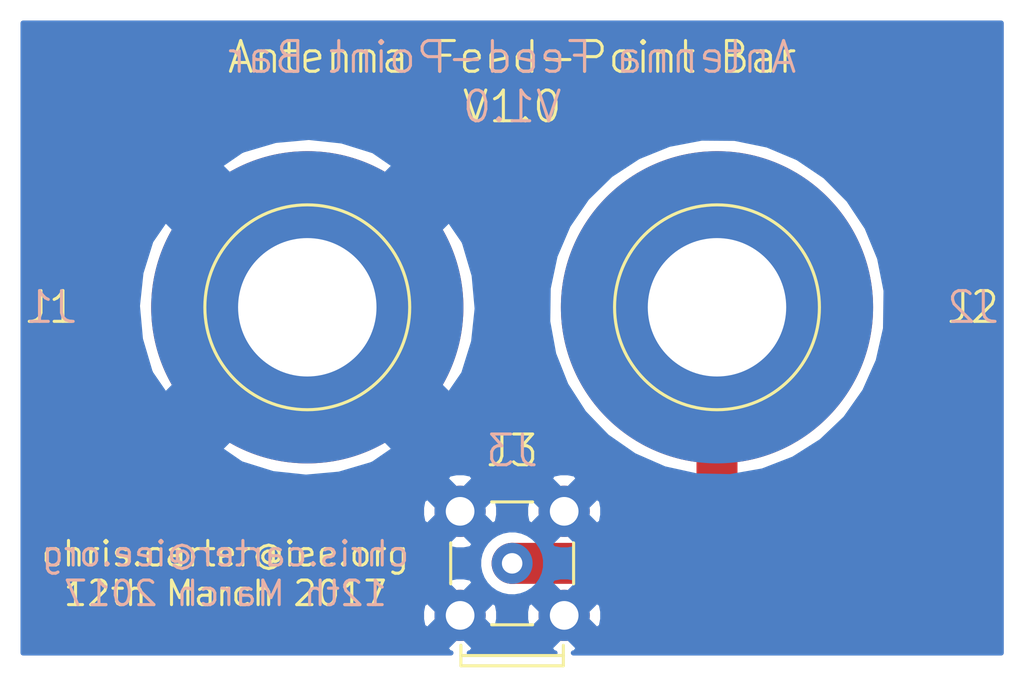
<source format=kicad_pcb>
(kicad_pcb (version 4) (host pcbnew 4.0.6)

  (general
    (links 5)
    (no_connects 0)
    (area 114.999499 89.999499 165.000501 120.000501)
    (thickness 1.6)
    (drawings 11)
    (tracks 3)
    (zones 0)
    (modules 3)
    (nets 3)
  )

  (page A4)
  (layers
    (0 F.Cu signal)
    (31 B.Cu signal)
    (32 B.Adhes user)
    (33 F.Adhes user)
    (34 B.Paste user)
    (35 F.Paste user)
    (36 B.SilkS user)
    (37 F.SilkS user)
    (38 B.Mask user)
    (39 F.Mask user)
    (40 Dwgs.User user)
    (41 Cmts.User user)
    (42 Eco1.User user)
    (43 Eco2.User user)
    (44 Edge.Cuts user)
    (45 Margin user)
    (46 B.CrtYd user)
    (47 F.CrtYd user)
    (48 B.Fab user)
    (49 F.Fab user)
  )

  (setup
    (last_trace_width 0.25)
    (trace_clearance 0.2)
    (zone_clearance 0.508)
    (zone_45_only no)
    (trace_min 0.2)
    (segment_width 0.2)
    (edge_width 0.001)
    (via_size 0.6)
    (via_drill 0.4)
    (via_min_size 0.4)
    (via_min_drill 0.3)
    (uvia_size 0.3)
    (uvia_drill 0.1)
    (uvias_allowed no)
    (uvia_min_size 0.2)
    (uvia_min_drill 0.1)
    (pcb_text_width 0.3)
    (pcb_text_size 1.5 1.5)
    (mod_edge_width 0.15)
    (mod_text_size 1 1)
    (mod_text_width 0.15)
    (pad_size 15.24 15.24)
    (pad_drill 6.7564)
    (pad_to_mask_clearance 0.2)
    (aux_axis_origin 0 0)
    (visible_elements 7FFFEF7F)
    (pcbplotparams
      (layerselection 0x00030_80000001)
      (usegerberextensions false)
      (excludeedgelayer true)
      (linewidth 0.150000)
      (plotframeref false)
      (viasonmask false)
      (mode 1)
      (useauxorigin false)
      (hpglpennumber 1)
      (hpglpenspeed 20)
      (hpglpendiameter 15)
      (hpglpenoverlay 2)
      (psnegative false)
      (psa4output false)
      (plotreference true)
      (plotvalue true)
      (plotinvisibletext false)
      (padsonsilk false)
      (subtractmaskfromsilk false)
      (outputformat 1)
      (mirror false)
      (drillshape 1)
      (scaleselection 1)
      (outputdirectory ""))
  )

  (net 0 "")
  (net 1 "Net-(J1-Pad1)")
  (net 2 "Net-(J2-Pad1)")

  (net_class Default "This is the default net class."
    (clearance 0.2)
    (trace_width 0.25)
    (via_dia 0.6)
    (via_drill 0.4)
    (uvia_dia 0.3)
    (uvia_drill 0.1)
    (add_net "Net-(J1-Pad1)")
    (add_net "Net-(J2-Pad1)")
  )

  (module "Core Footprint Library:Binding_post_Cinch_111-2223-001" (layer F.Cu) (tedit 58C5C1BB) (tstamp 58C5C531)
    (at 130 105)
    (path /58C5B7C9)
    (fp_text reference J1 (at -12.5 0) (layer F.SilkS)
      (effects (font (size 1.5 1.5) (thickness 0.15)))
    )
    (fp_text value CONN_01X01 (at 0 -10.16) (layer F.Fab) hide
      (effects (font (size 1 1) (thickness 0.15)))
    )
    (fp_circle (center 0 0) (end 5 0) (layer F.SilkS) (width 0.15))
    (pad 1 thru_hole circle (at 0 0) (size 15.24 15.24) (drill 6.7564) (layers *.Cu *.Mask)
      (net 1 "Net-(J1-Pad1)"))
  )

  (module "Core Footprint Library:Binding_post_Cinch_111-2223-001" (layer F.Cu) (tedit 58C5C237) (tstamp 58C5C550)
    (at 150 105)
    (path /58C5B822)
    (fp_text reference J2 (at 12.5 0) (layer F.SilkS)
      (effects (font (size 1.5 1.5) (thickness 0.15)))
    )
    (fp_text value CONN_01X01 (at 0 -10.16) (layer F.Fab) hide
      (effects (font (size 1 1) (thickness 0.15)))
    )
    (fp_circle (center 0 0) (end 5 0) (layer F.SilkS) (width 0.15))
    (pad 1 thru_hole circle (at 0 0) (size 15.24 15.24) (drill 6.7564) (layers *.Cu *.Mask)
      (net 2 "Net-(J2-Pad1)"))
  )

  (module "Core Footprint Library:SMA_connector_PCB_90_degrees_01" (layer F.Cu) (tedit 58C5CBBA) (tstamp 58C5CE43)
    (at 140 117.5 180)
    (path /58C5C861)
    (fp_text reference J3 (at 0 5.5 180) (layer F.SilkS)
      (effects (font (size 1.5 1.5) (thickness 0.15)))
    )
    (fp_text value SMA_female_90_degree_PCB (at 0 -6.5 180) (layer F.Fab) hide
      (effects (font (size 1 1) (thickness 0.15)))
    )
    (fp_line (start 2.5 -5) (end 2.5 -4.5) (layer F.SilkS) (width 0.15))
    (fp_line (start -2.5 -5) (end 2.5 -5) (layer F.SilkS) (width 0.15))
    (fp_line (start -2.5 -4.5) (end -2.5 -5) (layer F.SilkS) (width 0.15))
    (fp_line (start 2.5 -4.5) (end 2.5 -4) (layer F.SilkS) (width 0.15))
    (fp_line (start -2.5 -4.5) (end 2.5 -4.5) (layer F.SilkS) (width 0.15))
    (fp_line (start -2.5 -4) (end -2.5 -4.5) (layer F.SilkS) (width 0.15))
    (fp_line (start -1 3) (end 1 3) (layer F.SilkS) (width 0.15))
    (fp_line (start 3 -1) (end 3 1) (layer F.SilkS) (width 0.15))
    (fp_line (start -1 -3) (end 1 -3) (layer F.SilkS) (width 0.15))
    (fp_line (start -3 1) (end -3 -1) (layer F.SilkS) (width 0.15))
    (pad 1 thru_hole circle (at 0 0 180) (size 2 2) (drill 1) (layers *.Cu *.Mask)
      (net 2 "Net-(J2-Pad1)"))
    (pad 2 thru_hole circle (at -2.54 -2.54 180) (size 2.5 2.5) (drill 1.4) (layers *.Cu *.Mask)
      (net 1 "Net-(J1-Pad1)"))
    (pad 2 thru_hole circle (at 2.54 2.54 180) (size 2.5 2.5) (drill 1.4) (layers *.Cu *.Mask)
      (net 1 "Net-(J1-Pad1)"))
    (pad 2 thru_hole circle (at 2.54 -2.54 180) (size 2.5 2.5) (drill 1.4) (layers *.Cu *.Mask)
      (net 1 "Net-(J1-Pad1)"))
    (pad 2 thru_hole circle (at -2.54 2.54 180) (size 2.5 2.5) (drill 1.4) (layers *.Cu *.Mask)
      (net 1 "Net-(J1-Pad1)"))
  )

  (gr_text J3 (at 140 112) (layer B.SilkS) (tstamp 58C5CED5)
    (effects (font (size 1.5 1.5) (thickness 0.15)) (justify mirror))
  )
  (gr_text J2 (at 162.5 105) (layer B.SilkS) (tstamp 58C5C4E7)
    (effects (font (size 1.5 1.5) (thickness 0.15)) (justify mirror))
  )
  (gr_text J1 (at 117.5 105) (layer B.SilkS)
    (effects (font (size 1.5 1.5) (thickness 0.15)) (justify mirror))
  )
  (gr_text "chris.carter@iee.org\n12th March 2017" (at 126 118) (layer B.SilkS) (tstamp 58C5C4BC)
    (effects (font (size 1.2 1.2) (thickness 0.15)) (justify mirror))
  )
  (gr_text "Antenna Feed-Point Bar\nV1.0" (at 140 94) (layer B.SilkS) (tstamp 58C5C4B7)
    (effects (font (size 1.5 1.5) (thickness 0.15)) (justify mirror))
  )
  (gr_text "chris.carter@iee.org\n12th March 2017" (at 126 118) (layer F.SilkS) (tstamp 58C5C4AE)
    (effects (font (size 1.2 1.2) (thickness 0.15)))
  )
  (gr_line (start 115 123) (end 115 90) (layer Edge.Cuts) (width 0.001))
  (gr_line (start 165 123) (end 115 123) (layer Edge.Cuts) (width 0.001))
  (gr_line (start 165 90) (end 165 123) (layer Edge.Cuts) (width 0.001))
  (gr_line (start 115 90) (end 165 90) (layer Edge.Cuts) (width 0.001))
  (gr_text "Antenna Feed-Point Bar\nV1.0" (at 140 94) (layer F.SilkS)
    (effects (font (size 1.5 1.5) (thickness 0.15)))
  )

  (segment (start 148.5 117.5) (end 150 116) (width 2) (layer F.Cu) (net 2))
  (segment (start 150 116) (end 150 105) (width 2) (layer F.Cu) (net 2))
  (segment (start 140 117.5) (end 148.5 117.5) (width 2) (layer F.Cu) (net 2))

  (zone (net 1) (net_name "Net-(J1-Pad1)") (layer B.Cu) (tstamp 0) (hatch edge 0.508)
    (connect_pads (clearance 0.508))
    (min_thickness 0.254)
    (fill yes (arc_segments 32) (thermal_gap 0.508) (thermal_bridge_width 4))
    (polygon
      (pts
        (xy 116 91) (xy 164 91) (xy 164 122) (xy 116 122)
      )
    )
    (filled_polygon
      (pts
        (xy 163.873 121.873) (xy 142.989409 121.873) (xy 143.085345 121.853917) (xy 143.242805 121.626688) (xy 142.54 120.923883)
        (xy 141.837195 121.626688) (xy 141.994655 121.853917) (xy 142.091848 121.873) (xy 137.909409 121.873) (xy 138.005345 121.853917)
        (xy 138.162805 121.626688) (xy 137.46 120.923883) (xy 136.757195 121.626688) (xy 136.914655 121.853917) (xy 137.011848 121.873)
        (xy 116.127 121.873) (xy 116.127 119.859012) (xy 135.574545 119.859012) (xy 135.575464 120.230323) (xy 135.646083 120.585345)
        (xy 135.873312 120.742805) (xy 136.576117 120.04) (xy 138.343883 120.04) (xy 139.046688 120.742805) (xy 139.273917 120.585345)
        (xy 139.345455 120.220988) (xy 139.34456 119.859012) (xy 140.654545 119.859012) (xy 140.655464 120.230323) (xy 140.726083 120.585345)
        (xy 140.953312 120.742805) (xy 141.656117 120.04) (xy 143.423883 120.04) (xy 144.126688 120.742805) (xy 144.353917 120.585345)
        (xy 144.425455 120.220988) (xy 144.424536 119.849677) (xy 144.353917 119.494655) (xy 144.126688 119.337195) (xy 143.423883 120.04)
        (xy 141.656117 120.04) (xy 140.953312 119.337195) (xy 140.726083 119.494655) (xy 140.654545 119.859012) (xy 139.34456 119.859012)
        (xy 139.344536 119.849677) (xy 139.273917 119.494655) (xy 139.046688 119.337195) (xy 138.343883 120.04) (xy 136.576117 120.04)
        (xy 135.873312 119.337195) (xy 135.646083 119.494655) (xy 135.574545 119.859012) (xy 116.127 119.859012) (xy 116.127 118.453312)
        (xy 136.757195 118.453312) (xy 137.46 119.156117) (xy 138.162805 118.453312) (xy 138.005345 118.226083) (xy 137.640988 118.154545)
        (xy 137.269677 118.155464) (xy 136.914655 118.226083) (xy 136.757195 118.453312) (xy 116.127 118.453312) (xy 116.127 117.637475)
        (xy 138.362851 117.637475) (xy 138.420733 117.952848) (xy 138.538768 118.250971) (xy 138.712461 118.520491) (xy 138.935197 118.75114)
        (xy 139.19849 118.934133) (xy 139.492313 119.062501) (xy 139.805473 119.131354) (xy 140.126043 119.138069) (xy 140.441811 119.08239)
        (xy 140.740752 118.966439) (xy 141.011477 118.794632) (xy 141.243676 118.573512) (xy 141.328467 118.453312) (xy 141.837195 118.453312)
        (xy 142.54 119.156117) (xy 143.242805 118.453312) (xy 143.085345 118.226083) (xy 142.720988 118.154545) (xy 142.349677 118.155464)
        (xy 141.994655 118.226083) (xy 141.837195 118.453312) (xy 141.328467 118.453312) (xy 141.428503 118.311503) (xy 141.558919 118.018583)
        (xy 141.629956 117.705911) (xy 141.63507 117.33968) (xy 141.572791 117.025146) (xy 141.450604 116.7287) (xy 141.329676 116.546688)
        (xy 141.837195 116.546688) (xy 141.994655 116.773917) (xy 142.359012 116.845455) (xy 142.730323 116.844536) (xy 143.085345 116.773917)
        (xy 143.242805 116.546688) (xy 142.54 115.843883) (xy 141.837195 116.546688) (xy 141.329676 116.546688) (xy 141.273165 116.461632)
        (xy 141.047231 116.234115) (xy 140.781408 116.054816) (xy 140.485822 115.930563) (xy 140.171731 115.866089) (xy 139.851099 115.863851)
        (xy 139.536138 115.923933) (xy 139.238846 116.044046) (xy 138.970546 116.219617) (xy 138.741457 116.443957) (xy 138.560306 116.708522)
        (xy 138.433993 117.003233) (xy 138.367328 117.316866) (xy 138.362851 117.637475) (xy 116.127 117.637475) (xy 116.127 116.546688)
        (xy 136.757195 116.546688) (xy 136.914655 116.773917) (xy 137.279012 116.845455) (xy 137.650323 116.844536) (xy 138.005345 116.773917)
        (xy 138.162805 116.546688) (xy 137.46 115.843883) (xy 136.757195 116.546688) (xy 116.127 116.546688) (xy 116.127 114.779012)
        (xy 135.574545 114.779012) (xy 135.575464 115.150323) (xy 135.646083 115.505345) (xy 135.873312 115.662805) (xy 136.576117 114.96)
        (xy 138.343883 114.96) (xy 139.046688 115.662805) (xy 139.273917 115.505345) (xy 139.345455 115.140988) (xy 139.34456 114.779012)
        (xy 140.654545 114.779012) (xy 140.655464 115.150323) (xy 140.726083 115.505345) (xy 140.953312 115.662805) (xy 141.656117 114.96)
        (xy 143.423883 114.96) (xy 144.126688 115.662805) (xy 144.353917 115.505345) (xy 144.425455 115.140988) (xy 144.424536 114.769677)
        (xy 144.353917 114.414655) (xy 144.126688 114.257195) (xy 143.423883 114.96) (xy 141.656117 114.96) (xy 140.953312 114.257195)
        (xy 140.726083 114.414655) (xy 140.654545 114.779012) (xy 139.34456 114.779012) (xy 139.344536 114.769677) (xy 139.273917 114.414655)
        (xy 139.046688 114.257195) (xy 138.343883 114.96) (xy 136.576117 114.96) (xy 135.873312 114.257195) (xy 135.646083 114.414655)
        (xy 135.574545 114.779012) (xy 116.127 114.779012) (xy 116.127 113.373312) (xy 136.757195 113.373312) (xy 137.46 114.076117)
        (xy 138.162805 113.373312) (xy 141.837195 113.373312) (xy 142.54 114.076117) (xy 143.242805 113.373312) (xy 143.085345 113.146083)
        (xy 142.720988 113.074545) (xy 142.349677 113.075464) (xy 141.994655 113.146083) (xy 141.837195 113.373312) (xy 138.162805 113.373312)
        (xy 138.005345 113.146083) (xy 137.640988 113.074545) (xy 137.269677 113.075464) (xy 136.914655 113.146083) (xy 136.757195 113.373312)
        (xy 116.127 113.373312) (xy 116.127 111.923049) (xy 125.725773 111.923049) (xy 126.765564 112.638356) (xy 128.317883 113.122594)
        (xy 129.934844 113.294686) (xy 131.554308 113.148017) (xy 133.114042 112.688224) (xy 133.234436 112.638356) (xy 134.274227 111.923049)
        (xy 130 107.648822) (xy 125.725773 111.923049) (xy 116.127 111.923049) (xy 116.127 104.934844) (xy 121.705314 104.934844)
        (xy 121.851983 106.554308) (xy 122.311776 108.114042) (xy 122.361644 108.234436) (xy 123.076951 109.274227) (xy 127.351178 105)
        (xy 132.648822 105) (xy 136.923049 109.274227) (xy 137.638356 108.234436) (xy 138.122594 106.682117) (xy 138.227747 105.694103)
        (xy 141.73415 105.694103) (xy 142.02639 107.286396) (xy 142.622343 108.791601) (xy 143.499308 110.152385) (xy 144.623883 111.316916)
        (xy 145.953232 112.240838) (xy 147.436722 112.888959) (xy 149.017846 113.236591) (xy 150.63638 113.270495) (xy 152.230674 112.989378)
        (xy 153.740003 112.403948) (xy 155.106876 111.536503) (xy 156.27923 110.420086) (xy 157.21241 109.097219) (xy 157.870871 107.61829)
        (xy 158.229534 106.039632) (xy 158.255354 104.190556) (xy 157.94091 102.602498) (xy 157.323999 101.105761) (xy 156.42812 99.757354)
        (xy 155.287395 98.608637) (xy 153.945275 97.703366) (xy 152.452881 97.076021) (xy 150.867058 96.750499) (xy 149.248208 96.739197)
        (xy 147.657994 97.042546) (xy 146.156986 97.648993) (xy 144.802358 98.535437) (xy 143.645706 99.668114) (xy 142.731087 101.003881)
        (xy 142.093339 102.491859) (xy 141.756753 104.075372) (xy 141.73415 105.694103) (xy 138.227747 105.694103) (xy 138.294686 105.065156)
        (xy 138.148017 103.445692) (xy 137.688224 101.885958) (xy 137.638356 101.765564) (xy 136.923049 100.725773) (xy 132.648822 105)
        (xy 127.351178 105) (xy 123.076951 100.725773) (xy 122.361644 101.765564) (xy 121.877406 103.317883) (xy 121.705314 104.934844)
        (xy 116.127 104.934844) (xy 116.127 98.076951) (xy 125.725773 98.076951) (xy 130 102.351178) (xy 134.274227 98.076951)
        (xy 133.234436 97.361644) (xy 131.682117 96.877406) (xy 130.065156 96.705314) (xy 128.445692 96.851983) (xy 126.885958 97.311776)
        (xy 126.765564 97.361644) (xy 125.725773 98.076951) (xy 116.127 98.076951) (xy 116.127 91.127) (xy 163.873 91.127)
      )
    )
  )
)

</source>
